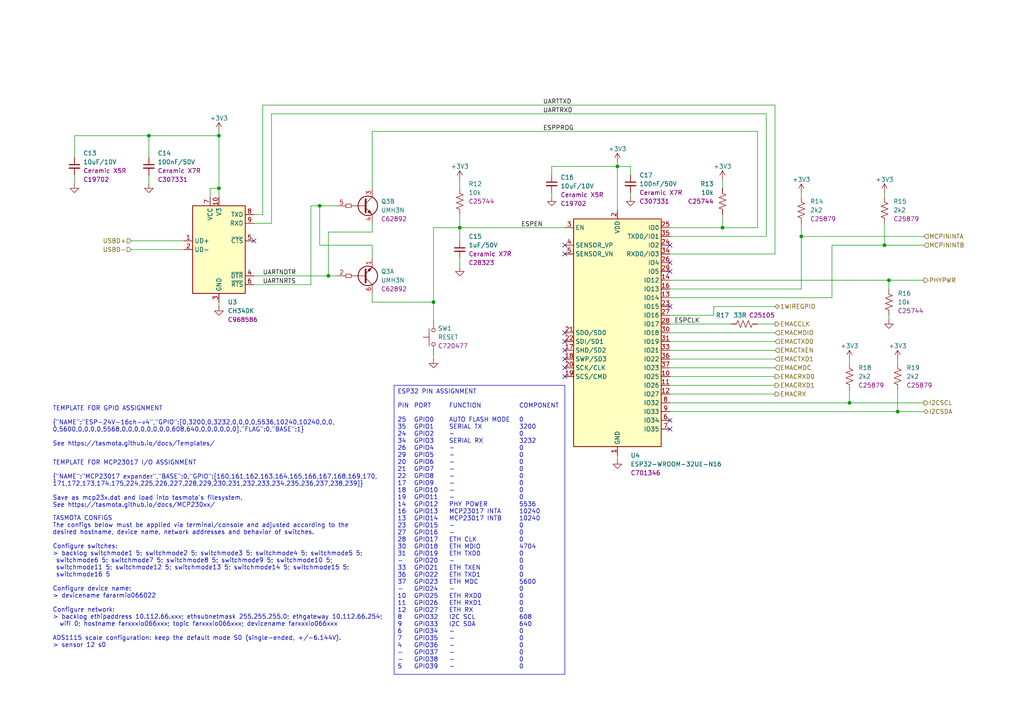
<source format=kicad_sch>
(kicad_sch (version 20250114) (generator "eeschema") (generator_version "9.0")
  (paper "A4")
  (title_block (title "ESP 24V 16xIn/16xOut/1-Wire Module") (date "2025-12-09") (rev "V5"))
  (lib_symbols
    (symbol "Device:C_Small" (pin_numbers (hide yes)) (pin_names (offset 0.254) (hide yes))
      (property "Reference" "C" (at 0.254 1.778 0))
      (property "Value" "C_Small" (at 0.254 -2.032 0))
      (symbol "C_Small_0_1"
        (polyline (pts (xy -1.524 0.508) (xy 1.524 0.508)) (stroke (width 0.3048)))
        (polyline (pts (xy -1.524 -0.508) (xy 1.524 -0.508)) (stroke (width 0.3302)))
      )
      (symbol "C_Small_1_1"
        (pin passive line (at 0 2.54 270) (length 2.032) (name "~") (number "1"))
        (pin passive line (at 0 -2.54 90) (length 2.032) (name "~") (number "2"))
      )
    )
    (symbol "Device:R_US" (pin_numbers (hide yes)) (pin_names (offset 0))
      (property "Reference" "R" (at 2.54 0 90))
      (property "Value" "R_US" (at -2.54 0 90))
      (symbol "R_US_0_1"
        (polyline (pts (xy 0 2.286) (xy 0 2.54)))
        (polyline (pts (xy 0 2.286) (xy 1.016 1.905) (xy 0 1.524) (xy -1.016 1.143) (xy 0 0.762)))
        (polyline (pts (xy 0 0.762) (xy 1.016 0.381) (xy 0 0) (xy -1.016 -0.381) (xy 0 -0.762)))
        (polyline (pts (xy 0 -0.762) (xy 1.016 -1.143) (xy 0 -1.524) (xy -1.016 -1.905) (xy 0 -2.286)))
        (polyline (pts (xy 0 -2.286) (xy 0 -2.54)))
      )
      (symbol "R_US_1_1"
        (pin passive line (at 0 3.81 270) (length 1.27) (name "~") (number "1"))
        (pin passive line (at 0 -3.81 90) (length 1.27) (name "~") (number "2"))
      )
    )
    (symbol "Interface_USB:CH340K"
      (property "Reference" "U" (at -6.858 13.97 0))
      (property "Value" "CH340K" (at 1.27 13.97 0))
      (symbol "CH340K_0_1"
        (rectangle (start -7.62 12.7) (end 7.62 -12.7) (stroke (width 0.254)) (fill (type background)))
      )
      (symbol "CH340K_1_0"
        (pin passive line (at 0 -15.24 90) (length 2.54) (hide yes) (name "GND") (number "11"))
      )
      (symbol "CH340K_1_1"
        (pin bidirectional line (at -10.16 2.54 0) (length 2.54) (name "UD+") (number "1"))
        (pin bidirectional line (at -10.16 0 0) (length 2.54) (name "UD-") (number "2"))
        (pin power_in line (at -2.54 15.24 270) (length 2.54) (name "VCC") (number "7"))
        (pin passive line (at 0 15.24 270) (length 2.54) (name "V3") (number "10"))
        (pin power_in line (at 0 -15.24 90) (length 2.54) (name "GND") (number "3"))
        (pin output line (at 10.16 10.16 180) (length 2.54) (name "TXD") (number "8"))
        (pin input line (at 10.16 7.62 180) (length 2.54) (name "RXD") (number "9"))
        (pin input line (at 10.16 2.54 180) (length 2.54) (name "~{CTS}") (number "5"))
        (pin output line (at 10.16 -7.62 180) (length 2.54) (name "~{DTR}") (number "4"))
        (pin output line (at 10.16 -10.16 180) (length 2.54) (name "~{RTS}") (number "6"))
      )
    )
    (symbol "RF_Module:ESP32-WROOM-32U"
      (property "Reference" "U" (at -12.7 34.29 0))
      (property "Value" "ESP32-WROOM-32U" (at 1.27 34.29 0))
      (symbol "ESP32-WROOM-32U_0_1"
        (rectangle (start -12.7 33.02) (end 12.7 -33.02) (stroke (width 0.254)) (fill (type background)))
      )
      (symbol "ESP32-WROOM-32U_1_1"
        (pin input line (at -15.24 30.48 0) (length 2.54) (name "EN") (number "3"))
        (pin input line (at -15.24 25.4 0) (length 2.54) (name "SENSOR_VP") (number "4"))
        (pin input line (at -15.24 22.86 0) (length 2.54) (name "SENSOR_VN") (number "5"))
        (pin bidirectional line (at -15.24 0 0) (length 2.54) (name "SDO/SD0") (number "21"))
        (pin bidirectional line (at -15.24 -2.54 0) (length 2.54) (name "SDI/SD1") (number "22"))
        (pin bidirectional line (at -15.24 -5.08 0) (length 2.54) (name "SHD/SD2") (number "17"))
        (pin bidirectional line (at -15.24 -7.62 0) (length 2.54) (name "SWP/SD3") (number "18"))
        (pin bidirectional line (at -15.24 -10.16 0) (length 2.54) (name "SCK/CLK") (number "20"))
        (pin bidirectional line (at -15.24 -12.7 0) (length 2.54) (name "SCS/CMD") (number "19"))
        (pin no_connect line (at -12.7 -27.94 0) (length 2.54) (hide yes) (name "NC") (number "32"))
        (pin power_in line (at 0 35.56 270) (length 2.54) (name "VDD") (number "2"))
        (pin power_in line (at 0 -35.56 90) (length 2.54) (name "GND") (number "1"))
        (pin passive line (at 0 -35.56 90) (length 2.54) (hide yes) (name "GND") (number "15"))
        (pin passive line (at 0 -35.56 90) (length 2.54) (hide yes) (name "GND") (number "38"))
        (pin passive line (at 0 -35.56 90) (length 2.54) (hide yes) (name "GND") (number "39"))
        (pin bidirectional line (at 15.24 30.48 180) (length 2.54) (name "IO0") (number "25"))
        (pin bidirectional line (at 15.24 27.94 180) (length 2.54) (name "TXD0/IO1") (number "35"))
        (pin bidirectional line (at 15.24 25.4 180) (length 2.54) (name "IO2") (number "24"))
        (pin bidirectional line (at 15.24 22.86 180) (length 2.54) (name "RXD0/IO3") (number "34"))
        (pin bidirectional line (at 15.24 20.32 180) (length 2.54) (name "IO4") (number "26"))
        (pin bidirectional line (at 15.24 17.78 180) (length 2.54) (name "IO5") (number "29"))
        (pin bidirectional line (at 15.24 15.24 180) (length 2.54) (name "IO12") (number "14"))
        (pin bidirectional line (at 15.24 12.7 180) (length 2.54) (name "IO13") (number "16"))
        (pin bidirectional line (at 15.24 10.16 180) (length 2.54) (name "IO14") (number "13"))
        (pin bidirectional line (at 15.24 7.62 180) (length 2.54) (name "IO15") (number "23"))
        (pin bidirectional line (at 15.24 5.08 180) (length 2.54) (name "IO16") (number "27"))
        (pin bidirectional line (at 15.24 2.54 180) (length 2.54) (name "IO17") (number "28"))
        (pin bidirectional line (at 15.24 0 180) (length 2.54) (name "IO18") (number "30"))
        (pin bidirectional line (at 15.24 -2.54 180) (length 2.54) (name "IO19") (number "31"))
        (pin bidirectional line (at 15.24 -5.08 180) (length 2.54) (name "IO21") (number "33"))
        (pin bidirectional line (at 15.24 -7.62 180) (length 2.54) (name "IO22") (number "36"))
        (pin bidirectional line (at 15.24 -10.16 180) (length 2.54) (name "IO23") (number "37"))
        (pin bidirectional line (at 15.24 -12.7 180) (length 2.54) (name "IO25") (number "10"))
        (pin bidirectional line (at 15.24 -15.24 180) (length 2.54) (name "IO26") (number "11"))
        (pin bidirectional line (at 15.24 -17.78 180) (length 2.54) (name "IO27") (number "12"))
        (pin bidirectional line (at 15.24 -20.32 180) (length 2.54) (name "IO32") (number "8"))
        (pin bidirectional line (at 15.24 -22.86 180) (length 2.54) (name "IO33") (number "9"))
        (pin input line (at 15.24 -25.4 180) (length 2.54) (name "IO34") (number "6"))
        (pin input line (at 15.24 -27.94 180) (length 2.54) (name "IO35") (number "7"))
      )
    )
    (symbol "Switch:SW_Push" (pin_numbers (hide yes)) (pin_names (offset 1.016) (hide yes))
      (property "Reference" "SW" (at 1.27 2.54 0))
      (property "Value" "SW_Push" (at 0 -1.524 0))
      (symbol "SW_Push_0_1"
        (circle (center -2.032 0) (radius 0.508))
        (polyline (pts (xy 0 1.27) (xy 0 3.048)))
        (circle (center 2.032 0) (radius 0.508))
        (polyline (pts (xy 2.54 1.27) (xy -2.54 1.27)))
        (pin passive line (at -5.08 0 0) (length 2.54) (name "1") (number "1"))
        (pin passive line (at 5.08 0 180) (length 2.54) (name "2") (number "2"))
      )
    )
    (symbol "Tales:+3V3" (power) (pin_names (offset 0))
      (property "Value" "+3V3" (at 0 3.556 0))
      (symbol "+3V3_0_1"
        (polyline (pts (xy -0.762 1.27) (xy 0 2.54)))
        (polyline (pts (xy 0 2.54) (xy 0.762 1.27)))
        (polyline (pts (xy 0 0) (xy 0 2.54)))
      )
      (symbol "+3V3_1_1"
        (pin power_in line (at 0 0 90) (length 0) (hide yes) (name "+3.3V") (number "1"))
      )
    )
    (symbol "Transistor_BJT:UMH3N" (pin_names (hide yes))
      (property "Reference" "Q" (at 7.62 1.27 0))
      (property "Value" "UMH3N" (at 7.62 -1.27 0))
      (symbol "UMH3N_0_1"
        (rectangle (start -6.35 0.508) (end -4.826 -0.508))
        (polyline (pts (xy -0.762 0) (xy -4.826 0)))
        (polyline (pts (xy -0.635 1.905) (xy -0.635 -1.905)) (stroke (width 0.508)))
        (polyline (pts (xy -0.635 0.635) (xy 1.27 2.54)))
        (polyline (pts (xy -0.635 -0.635) (xy 1.27 -2.54)))
        (polyline (pts (xy 0 -1.778) (xy 0.508 -1.27) (xy 1.016 -2.286) (xy 0 -1.778)) (fill (type outline)))
      )
      (symbol "UMH3N_1_1"
        (circle (center 0 0) (radius 2.8194) (stroke (width 0.254)))
        (pin input line (at -8.89 0 0) (length 2.54) (name "B1") (number "2"))
        (pin passive line (at 1.27 5.08 270) (length 2.54) (name "C1") (number "6"))
        (pin passive line (at 1.27 -5.08 90) (length 2.54) (name "E1") (number "1"))
      )
      (symbol "UMH3N_2_1"
        (circle (center 0 0) (radius 2.8194) (stroke (width 0.254)))
        (pin input line (at -8.89 0 0) (length 2.54) (name "B2") (number "5"))
        (pin passive line (at 1.27 5.08 270) (length 2.54) (name "C2") (number "3"))
        (pin passive line (at 1.27 -5.08 90) (length 2.54) (name "E2") (number "4"))
      )
    )
    (symbol "power:GND" (power) (pin_numbers (hide yes)) (pin_names (offset 0) (hide yes))
      (property "Value" "GND" (at 0 -3.81 0))
      (symbol "GND_0_1"
        (polyline (pts (xy 0 0) (xy 0 -1.27) (xy 1.27 -1.27) (xy 0 -2.54) (xy -1.27 -1.27) (xy 0 -1.27)))
      )
      (symbol "GND_1_1"
        (pin power_in line (at 0 0 270) (length 0) (name "~") (number "1"))
      )
    )
  )
  (text "TASMOTA CONFIGS\nThe configs below must be applied via terminal/console and adjusted according to the\ndesired hostname, device name, network addresses and behavior of switches.\n\nConfigure switches:\n> backlog switchmode1 5; switchmode2 5; switchmode3 5; switchmode4 5; switchmode5 5;\n switchmode6 5; switchmode7 5; switchmode8 5; switchmode9 5; switchmode10 5;\n switchmode11 5; switchmode12 5; switchmode13 5; switchmode14 5; switchmode15 5;\n switchmode16 5\n\nConfigure device name:\n> devicename fararmio066022\n\nConfigure network:\n> backlog ethipaddress 10.112.66.xxx; ethsubnetmask 255.255.255.0; ethgateway 10.112.66.254;\n  wifi 0; hostname farxxxio066xxx; topic farxxxio066xxx; devicename farxxxio066xxx\n\nADS1115 scale configuration: keep the default mode S0 (single-ended, +/-6.144V).\n> sensor 12 s0" (at 15.24 187.96 0) (effects (font (size 1.27 1.27)) (justify left bottom)))
  (text "TEMPLATE FOR GPIO ASSIGNMENT\n\n{\"NAME\":\"ESP-24V-16ch-v4\",\"GPIO\":[0,3200,0,3232,0,0,0,0,5536,10240,10240,0,0,\n0,5600,0,0,0,0,5568,0,0,0,0,0,0,0,0,608,640,0,0,0,0,0,0],\"FLAG\":0,\"BASE\":1}\n\nSee https://tasmota.github.io/docs/Templates/" (at 15.24 129.54 0) (effects (font (size 1.27 1.27)) (justify left bottom)))
  (text "TEMPLATE FOR MCP23017 I/O ASSIGNMENT\n\n{\"NAME\":\"MCP23017 expander\",\"BASE\":0,\"GPIO\":[160,161,162,163,164,165,166,167,168,169,170,\n171,172,173,174,175,224,225,226,227,228,229,230,231,232,233,234,235,236,237,238,239]}\n\nSave as mcp23x.dat and load into tasmota's filesystem.\nSee https://tasmota.github.io/docs/MCP230xx/" (at 15.24 147.32 0) (effects (font (size 1.27 1.27)) (justify left bottom)))
  (text_box "ESP32 PIN ASSIGNMENT\n\nPIN	PORT	FUNCTION		COMPONENT\n\n25	GPIO0	AUTO FLASH MODE	0\n35	GPIO1	SERIAL TX		3200\n24	GPIO2	-				0\n34	GPIO3	SERIAL RX		3232\n26	GPIO4	-				0\n29	GPIO5	-				0\n20	GPIO6	-				0\n21	GPIO7	-				0\n22	GPIO8	-				0\n17	GPIO9	-				0\n18	GPIO10	-				0\n19	GPIO11	-				0\n14	GPIO12	PHY POWER		5536\n16	GPIO13	MCP23017 INTA	10240\n13	GPIO14	MCP23017 INTB	10240\n23	GPIO15	-				0\n27	GPIO16	-				0\n28	GPIO17	ETH CLK			0\n30	GPIO18	ETH MDIO		4704\n31	GPIO19	ETH TXD0		0\n-	GPIO20	-				0\n33	GPIO21	ETH TXEN		0\n36	GPIO22	ETH TXD1		0\n37	GPIO23	ETH MDC			5600\n-	GPIO24	-				0\n10	GPIO25	ETH RXD0		0\n11	GPIO26	ETH RXD1		0\n12	GPIO27	ETH RX			0\n8	GPIO32	I2C SCL			608\n9	GPIO33	I2C SDA			640\n6	GPIO34	-				0\n7	GPIO35	-				0\n4	GPIO36	-				0\n-	GPIO37	-				0\n-	GPIO38	-				0\n5	GPIO39	-				0" (at 114.3 111.76 0) (size 49.53 83.82) (margins 0.9525 0.9525 0.9525 0.9525) (effects (font (size 1.27 1.27)) (justify left top)))
  (junction (at 63.5 39.37))
  (junction (at 125.73 87.63))
  (junction (at 133.35 66.04))
  (junction (at 43.18 39.37))
  (junction (at 179.07 48.26))
  (junction (at 260.35 119.38))
  (junction (at 256.54 71.12))
  (junction (at 209.55 66.04))
  (junction (at 246.38 116.84))
  (junction (at 92.71 59.69))
  (junction (at 232.41 68.58))
  (junction (at 63.5 54.61))
  (junction (at 257.81 81.28))
  (junction (at 95.25 80.01))
  (no_connect (at 163.83 73.66))
  (no_connect (at 163.83 109.22))
  (no_connect (at 194.31 71.12))
  (no_connect (at 194.31 78.74))
  (no_connect (at 163.83 96.52))
  (no_connect (at 163.83 71.12))
  (no_connect (at 163.83 101.6))
  (no_connect (at 163.83 104.14))
  (no_connect (at 194.31 121.92))
  (no_connect (at 73.66 69.85))
  (no_connect (at 163.83 106.68))
  (no_connect (at 194.31 76.2))
  (no_connect (at 194.31 124.46))
  (no_connect (at 194.31 88.9))
  (no_connect (at 163.83 99.06))
  (wire (pts (xy 133.35 74.93) (xy 133.35 77.47)))
  (wire (pts (xy 133.35 62.23) (xy 133.35 66.04)))
  (wire (pts (xy 194.31 104.14) (xy 224.79 104.14)))
  (wire (pts (xy 21.59 50.8) (xy 21.59 53.34)))
  (wire (pts (xy 63.5 87.63) (xy 63.5 88.9)))
  (wire (pts (xy 90.17 82.55) (xy 90.17 59.69)))
  (wire (pts (xy 194.31 109.22) (xy 224.79 109.22)))
  (wire (pts (xy 38.1 72.39) (xy 53.34 72.39)))
  (wire (pts (xy 256.54 71.12) (xy 267.97 71.12)))
  (wire (pts (xy 232.41 55.88) (xy 232.41 57.15)))
  (wire (pts (xy 107.95 38.1) (xy 219.71 38.1)))
  (wire (pts (xy 256.54 55.88) (xy 256.54 57.15)))
  (wire (pts (xy 194.31 66.04) (xy 209.55 66.04)))
  (wire (pts (xy 125.73 87.63) (xy 125.73 66.04)))
  (wire (pts (xy 133.35 52.07) (xy 133.35 54.61)))
  (wire (pts (xy 194.31 114.3) (xy 224.79 114.3)))
  (wire (pts (xy 256.54 64.77) (xy 256.54 71.12)))
  (wire (pts (xy 194.31 106.68) (xy 224.79 106.68)))
  (wire (pts (xy 194.31 96.52) (xy 224.79 96.52)))
  (wire (pts (xy 232.41 68.58) (xy 267.97 68.58)))
  (wire (pts (xy 246.38 104.14) (xy 246.38 105.41)))
  (wire (pts (xy 194.31 101.6) (xy 224.79 101.6)))
  (wire (pts (xy 38.1 69.85) (xy 53.34 69.85)))
  (wire (pts (xy 63.5 54.61) (xy 63.5 57.15)))
  (wire (pts (xy 63.5 39.37) (xy 63.5 54.61)))
  (wire (pts (xy 182.88 55.88) (xy 182.88 57.15)))
  (wire (pts (xy 194.31 81.28) (xy 257.81 81.28)))
  (wire (pts (xy 179.07 46.99) (xy 179.07 48.26)))
  (wire (pts (xy 241.3 71.12) (xy 256.54 71.12)))
  (wire (pts (xy 73.66 64.77) (xy 78.74 64.77)))
  (wire (pts (xy 257.81 81.28) (xy 267.97 81.28)))
  (wire (pts (xy 160.02 55.88) (xy 160.02 57.15)))
  (wire (pts (xy 92.71 59.69) (xy 97.79 59.69)))
  (wire (pts (xy 78.74 33.02) (xy 78.74 64.77)))
  (wire (pts (xy 222.25 33.02) (xy 222.25 68.58)))
  (wire (pts (xy 43.18 39.37) (xy 63.5 39.37)))
  (wire (pts (xy 207.01 88.9) (xy 207.01 91.44)))
  (wire (pts (xy 179.07 48.26) (xy 179.07 60.96)))
  (wire (pts (xy 107.95 54.61) (xy 107.95 38.1)))
  (wire (pts (xy 179.07 132.08) (xy 179.07 133.35)))
  (wire (pts (xy 73.66 62.23) (xy 76.2 62.23)))
  (wire (pts (xy 194.31 93.98) (xy 212.09 93.98)))
  (wire (pts (xy 194.31 83.82) (xy 232.41 83.82)))
  (wire (pts (xy 224.79 88.9) (xy 207.01 88.9)))
  (wire (pts (xy 232.41 64.77) (xy 232.41 68.58)))
  (wire (pts (xy 76.2 30.48) (xy 224.79 30.48)))
  (wire (pts (xy 92.71 59.69) (xy 92.71 71.12)))
  (wire (pts (xy 43.18 50.8) (xy 43.18 53.34)))
  (wire (pts (xy 209.55 62.23) (xy 209.55 66.04)))
  (wire (pts (xy 133.35 66.04) (xy 163.83 66.04)))
  (wire (pts (xy 241.3 86.36) (xy 241.3 71.12)))
  (wire (pts (xy 90.17 59.69) (xy 92.71 59.69)))
  (wire (pts (xy 219.71 93.98) (xy 224.79 93.98)))
  (wire (pts (xy 246.38 116.84) (xy 267.97 116.84)))
  (wire (pts (xy 232.41 83.82) (xy 232.41 68.58)))
  (wire (pts (xy 21.59 45.72) (xy 21.59 39.37)))
  (wire (pts (xy 182.88 50.8) (xy 182.88 48.26)))
  (wire (pts (xy 73.66 80.01) (xy 95.25 80.01)))
  (wire (pts (xy 43.18 39.37) (xy 43.18 45.72)))
  (wire (pts (xy 222.25 68.58) (xy 194.31 68.58)))
  (wire (pts (xy 95.25 67.31) (xy 95.25 80.01)))
  (wire (pts (xy 107.95 67.31) (xy 95.25 67.31)))
  (wire (pts (xy 257.81 91.44) (xy 257.81 92.71)))
  (wire (pts (xy 63.5 38.1) (xy 63.5 39.37)))
  (wire (pts (xy 257.81 81.28) (xy 257.81 83.82)))
  (wire (pts (xy 224.79 73.66) (xy 194.31 73.66)))
  (wire (pts (xy 107.95 71.12) (xy 92.71 71.12)))
  (wire (pts (xy 194.31 86.36) (xy 241.3 86.36)))
  (wire (pts (xy 182.88 48.26) (xy 179.07 48.26)))
  (wire (pts (xy 194.31 119.38) (xy 260.35 119.38)))
  (wire (pts (xy 21.59 39.37) (xy 43.18 39.37)))
  (wire (pts (xy 60.96 57.15) (xy 60.96 54.61)))
  (wire (pts (xy 160.02 48.26) (xy 179.07 48.26)))
  (wire (pts (xy 160.02 50.8) (xy 160.02 48.26)))
  (wire (pts (xy 194.31 116.84) (xy 246.38 116.84)))
  (wire (pts (xy 107.95 85.09) (xy 107.95 87.63)))
  (wire (pts (xy 76.2 62.23) (xy 76.2 30.48)))
  (wire (pts (xy 260.35 104.14) (xy 260.35 105.41)))
  (wire (pts (xy 194.31 99.06) (xy 224.79 99.06)))
  (wire (pts (xy 133.35 66.04) (xy 133.35 69.85)))
  (wire (pts (xy 219.71 38.1) (xy 219.71 66.04)))
  (wire (pts (xy 224.79 30.48) (xy 224.79 73.66)))
  (wire (pts (xy 209.55 66.04) (xy 219.71 66.04)))
  (wire (pts (xy 260.35 113.03) (xy 260.35 119.38)))
  (wire (pts (xy 107.95 74.93) (xy 107.95 71.12)))
  (wire (pts (xy 194.31 111.76) (xy 224.79 111.76)))
  (wire (pts (xy 209.55 52.07) (xy 209.55 54.61)))
  (wire (pts (xy 107.95 87.63) (xy 125.73 87.63)))
  (wire (pts (xy 73.66 82.55) (xy 90.17 82.55)))
  (wire (pts (xy 125.73 102.87) (xy 125.73 104.14)))
  (wire (pts (xy 107.95 64.77) (xy 107.95 67.31)))
  (wire (pts (xy 125.73 66.04) (xy 133.35 66.04)))
  (wire (pts (xy 246.38 113.03) (xy 246.38 116.84)))
  (wire (pts (xy 207.01 91.44) (xy 194.31 91.44)))
  (wire (pts (xy 78.74 33.02) (xy 222.25 33.02)))
  (wire (pts (xy 95.25 80.01) (xy 97.79 80.01)))
  (wire (pts (xy 125.73 87.63) (xy 125.73 92.71)))
  (wire (pts (xy 60.96 54.61) (xy 63.5 54.61)))
  (wire (pts (xy 260.35 119.38) (xy 267.97 119.38)))
  (label "UARTNRTS" (at 76.2 82.55 0))
  (label "UARTTXD" (at 157.48 30.48 0))
  (label "ESPEN" (at 151.13 66.04 0))
  (label "UARTNDTR" (at 76.2 80.01 0))
  (label "ESPCLK" (at 195.58 93.98 0))
  (label "UARTRXD" (at 157.48 33.02 0))
  (label "ESPPROG" (at 157.48 38.1 0))
  (hierarchical_label "PHYPWR" (shape output) (at 267.97 81.28 0))
  (hierarchical_label "EMACMDIO" (shape input) (at 224.79 96.52 0))
  (hierarchical_label "1WIREGPIO" (shape bidirectional) (at 224.79 88.9 0))
  (hierarchical_label "EMACTXD1" (shape input) (at 224.79 104.14 0))
  (hierarchical_label "EMACRX" (shape output) (at 224.79 114.3 0))
  (hierarchical_label "EMACCLK" (shape output) (at 224.79 93.98 0))
  (hierarchical_label "EMACRXD1" (shape output) (at 224.79 111.76 0))
  (hierarchical_label "I2CSDA" (shape bidirectional) (at 267.97 119.38 0))
  (hierarchical_label "EMACTXEN" (shape input) (at 224.79 101.6 0))
  (hierarchical_label "EMACRXD0" (shape output) (at 224.79 109.22 0))
  (hierarchical_label "MCPININTA" (shape input) (at 267.97 68.58 0))
  (hierarchical_label "EMACTXD0" (shape input) (at 224.79 99.06 0))
  (hierarchical_label "EMACMDC" (shape input) (at 224.79 106.68 0))
  (hierarchical_label "I2CSCL" (shape output) (at 267.97 116.84 0))
  (hierarchical_label "USBD+" (shape input) (at 38.1 69.85 180))
  (hierarchical_label "MCPININTB" (shape input) (at 267.97 71.12 0))
  (hierarchical_label "USBD-" (shape input) (at 38.1 72.39 180))
  (symbol (lib_id "Tales:+3V3") (at 260.35 104.14 0) (unit 1)
    (property "Reference" "#PWR0196" (effects (hide yes)))
    (property "Value" "+3V3" (at 260.35 100.33 0))
    (property "Description" "Power symbol creates a global label with name \"+3V3\"" (effects (hide yes)))
  )
  (symbol (lib_id "Device:R_US") (at 215.9 93.98 90) (unit 1)
    (property "Reference" "R17" (at 209.55 91.44 90))
    (property "Value" "33R" (at 214.63 91.44 90))
    (property "Footprint" "Tales:R_0402_1005Metric" (effects (hide yes)))
    (property "Description" "Resistor, US symbol" (effects (hide yes)))
    (property "Case" "0402/1005" (effects (hide yes)))
    (property "LCSC Part #" "C25105" (at 220.98 91.44 90))
    (property "Mfr" "Uniroyal" (effects (hide yes)))
    (property "Mfr PN" "0402WGF330JTCE" (effects (hide yes)))
    (property "Technology" "1%" (effects (hide yes)))
    (property "Vendor" "JLCPCB" (effects (hide yes)))
    (property "Vendor PN" "C25105" (effects (hide yes)))
    (property "JLCPCB BOM" "1" (effects (hide yes)))
  )
  (symbol (lib_id "Device:R_US") (at 133.35 58.42 0) (unit 1)
    (property "Reference" "R12" (at 135.89 53.34 0) (effects (justify left)))
    (property "Value" "10k" (at 135.89 55.88 0) (effects (justify left)))
    (property "Footprint" "Tales:R_0402_1005Metric" (effects (hide yes)))
    (property "Description" "Resistor, US symbol" (effects (hide yes)))
    (property "Mfr" "Uniroyal" (effects (hide yes)))
    (property "Vendor" "JLCPCB" (effects (hide yes)))
    (property "Mfr PN" "0402WGF1002TCE" (effects (hide yes)))
    (property "Technology" "1%" (effects (hide yes)))
    (property "Vendor PN" "C25744" (effects (hide yes)))
    (property "LCSC Part #" "C25744" (at 135.89 58.42 0) (effects (justify left)))
    (property "JLCPCB BOM" "1" (effects (hide yes)))
    (property "Package" "0402/1005" (effects (hide yes)))
    (property "Case" "0402/1005" (effects (hide yes)))
  )
  (symbol (lib_id "Device:R_US") (at 209.55 58.42 0) (unit 1)
    (property "Reference" "R13" (at 207.01 53.34 0) (effects (justify right)))
    (property "Value" "10k" (at 207.01 55.88 0) (effects (justify right)))
    (property "Footprint" "Tales:R_0402_1005Metric" (effects (hide yes)))
    (property "Description" "Resistor, US symbol" (effects (hide yes)))
    (property "Mfr" "Uniroyal" (effects (hide yes)))
    (property "Vendor" "JLCPCB" (effects (hide yes)))
    (property "Mfr PN" "0402WGF1002TCE" (effects (hide yes)))
    (property "Technology" "1%" (effects (hide yes)))
    (property "Vendor PN" "C25744" (effects (hide yes)))
    (property "LCSC Part #" "C25744" (at 207.01 58.42 0) (effects (justify right)))
    (property "JLCPCB BOM" "1" (effects (hide yes)))
    (property "Package" "0402/1005" (effects (hide yes)))
    (property "Case" "0402/1005" (effects (hide yes)))
  )
  (symbol (lib_id "Device:C_Small") (at 182.88 53.34 0) (unit 1)
    (property "Reference" "C17" (at 185.42 50.8 0) (effects (justify left)))
    (property "Value" "100nF/50V" (at 185.42 53.34 0) (effects (justify left)))
    (property "Footprint" "Tales:C_0402_1005Metric" (effects (hide yes)))
    (property "Description" "Unpolarized capacitor, small symbol" (effects (hide yes)))
    (property "Case" "0402/1005" (effects (hide yes)))
    (property "JLCPCB BOM" "1" (effects (hide yes)))
    (property "LCSC Part #" "C307331" (at 185.42 58.4138 0) (effects (justify left)))
    (property "Mfr" "Samsung" (effects (hide yes)))
    (property "Mfr PN" "CL05B104KB54PNC" (effects (hide yes)))
    (property "Technology" "Ceramic X7R" (at 185.42 55.8738 0) (effects (justify left)))
    (property "Vendor" "JLCPCB" (effects (hide yes)))
    (property "Vendor PN" "C307331" (effects (hide yes)))
  )
  (symbol (lib_id "power:GND") (at 182.88 57.15 0) (unit 1)
    (property "Reference" "#PWR0201" (effects (hide yes)))
    (property "Value" "GND" (effects (hide yes)))
    (property "Description" "Power symbol creates a global label with name \"GND\" , ground" (effects (hide yes)))
  )
  (symbol (lib_id "power:GND") (at 43.18 53.34 0) (unit 1)
    (property "Reference" "#PWR0204" (effects (hide yes)))
    (property "Value" "GND" (effects (hide yes)))
    (property "Description" "Power symbol creates a global label with name \"GND\" , ground" (effects (hide yes)))
  )
  (symbol (lib_id "Device:R_US") (at 256.54 60.96 0) (unit 1)
    (property "Reference" "R15" (at 259.08 58.42 0) (effects (justify left)))
    (property "Value" "2k2" (at 259.08 60.96 0) (effects (justify left)))
    (property "Footprint" "Tales:R_0402_1005Metric" (effects (hide yes)))
    (property "Description" "Resistor, US symbol" (effects (hide yes)))
    (property "Case" "0402/1005" (effects (hide yes)))
    (property "Mfr" "Uniroyal" (effects (hide yes)))
    (property "Vendor" "JLCPCB" (effects (hide yes)))
    (property "Mfr PN" "0402WGF2201TCE" (effects (hide yes)))
    (property "Technology" "1%" (effects (hide yes)))
    (property "Vendor PN" "C25879" (effects (hide yes)))
    (property "LCSC Part #" "C25879" (at 259.08 63.5 0) (effects (justify left)))
    (property "JLCPCB BOM" "1" (effects (hide yes)))
  )
  (symbol (lib_id "Transistor_BJT:UMH3N") (at 106.68 59.69 0) (unit 2)
    (property "Reference" "Q3" (at 110.49 58.4199 0) (effects (justify left)))
    (property "Value" "UMH3N" (at 110.49 60.9599 0) (effects (justify left)))
    (property "Footprint" "Package_TO_SOT_SMD:SOT-363_SC-70-6" (effects (hide yes)))
    (property "Datasheet" "http://rohmfs.rohm.com/en/products/databook/datasheet/discrete/transistor/digital/emh3t2r-e.pdf" (effects (hide yes)))
    (property "Description" "0.1A Ic, 50V Vce, Dual NPN Input Resistor Transistors, SOT-363" (effects (hide yes)))
    (property "JLCPCB BOM" "1" (effects (hide yes)))
    (property "LCSC Part #" "C62892" (at 110.49 63.5 0) (effects (justify left)))
    (property "Vendor" "JLCPCB" (effects (hide yes)))
    (property "Vendor PN" "C62892" (effects (hide yes)))
    (property "Case" "SOT-363" (effects (hide yes)))
    (property "Mfr" "Jiangsu" (effects (hide yes)))
    (property "Mfr PN" "UMH3N" (effects (hide yes)))
  )
  (symbol (lib_id "Device:C_Small") (at 21.59 48.26 0) (unit 1)
    (property "Reference" "C13" (at 24.13 44.45 0) (effects (justify left)))
    (property "Value" "10uF/10V" (at 24.13 46.99 0) (effects (justify left)))
    (property "Footprint" "Tales:C_0603_1608Metric" (effects (hide yes)))
    (property "Description" "Unpolarized capacitor, small symbol" (effects (hide yes)))
    (property "Technology" "Ceramic X5R" (at 24.13 49.53 0) (effects (justify left)))
    (property "Case" "0603/1608" (effects (hide yes)))
    (property "Mfr" "Samsung" (effects (hide yes)))
    (property "Mfr PN" "CL10A106KP8NNNC" (effects (hide yes)))
    (property "Vendor" "JLCPCB" (effects (hide yes)))
    (property "Vendor PN" "C19702" (effects (hide yes)))
    (property "LCSC Part #" "C19702" (at 24.13 52.07 0) (effects (justify left)))
    (property "JLCPCB BOM" "1" (effects (hide yes)))
  )
  (symbol (lib_id "power:GND") (at 160.02 57.15 0) (unit 1)
    (property "Reference" "#PWR0191" (effects (hide yes)))
    (property "Value" "GND" (effects (hide yes)))
    (property "Description" "Power symbol creates a global label with name \"GND\" , ground" (effects (hide yes)))
  )
  (symbol (lib_id "Transistor_BJT:UMH3N") (at 106.68 80.01 0) (mirror x) (unit 1)
    (property "Reference" "Q3" (at 110.49 78.7399 0) (effects (justify left)))
    (property "Value" "UMH3N" (at 110.49 81.2799 0) (effects (justify left)))
    (property "Footprint" "Package_TO_SOT_SMD:SOT-363_SC-70-6" (effects (hide yes)))
    (property "Datasheet" "http://rohmfs.rohm.com/en/products/databook/datasheet/discrete/transistor/digital/emh3t2r-e.pdf" (effects (hide yes)))
    (property "Description" "0.1A Ic, 50V Vce, Dual NPN Input Resistor Transistors, SOT-363" (effects (hide yes)))
    (property "JLCPCB BOM" "1" (effects (hide yes)))
    (property "LCSC Part #" "C62892" (at 110.49 83.82 0) (effects (justify left)))
    (property "Vendor" "JLCPCB" (effects (hide yes)))
    (property "Vendor PN" "C62892" (effects (hide yes)))
    (property "Case" "SOT-363" (effects (hide yes)))
    (property "Mfr" "Jiangsu" (effects (hide yes)))
    (property "Mfr PN" "UMH3N" (effects (hide yes)))
  )
  (symbol (lib_id "power:GND") (at 257.81 92.71 0) (unit 1)
    (property "Reference" "#PWR0195" (effects (hide yes)))
    (property "Value" "GND" (effects (hide yes)))
    (property "Description" "Power symbol creates a global label with name \"GND\" , ground" (effects (hide yes)))
  )
  (symbol (lib_id "Device:R_US") (at 260.35 109.22 0) (unit 1)
    (property "Reference" "R19" (at 262.89 106.68 0) (effects (justify left)))
    (property "Value" "2k2" (at 262.89 109.22 0) (effects (justify left)))
    (property "Footprint" "Tales:R_0402_1005Metric" (effects (hide yes)))
    (property "Description" "Resistor, US symbol" (effects (hide yes)))
    (property "Case" "0402/1005" (effects (hide yes)))
    (property "Mfr" "Uniroyal" (effects (hide yes)))
    (property "Vendor" "JLCPCB" (effects (hide yes)))
    (property "Mfr PN" "0402WGF2201TCE" (effects (hide yes)))
    (property "Technology" "1%" (effects (hide yes)))
    (property "Vendor PN" "C25879" (effects (hide yes)))
    (property "LCSC Part #" "C25879" (at 262.89 111.76 0) (effects (justify left)))
    (property "JLCPCB BOM" "1" (effects (hide yes)))
  )
  (symbol (lib_id "Switch:SW_Push") (at 125.73 97.79 90) (unit 1)
    (property "Reference" "SW1" (at 127 95.25 90) (effects (justify right)))
    (property "Value" "RESET" (at 127 97.79 90) (effects (justify right)))
    (property "Footprint" "Tales:SW_SPST_Xunpu_TS1088AR02016" (effects (hide yes)))
    (property "Description" "Push button switch, generic, two pins" (effects (hide yes)))
    (property "JLCPCB BOM" "1" (effects (hide yes)))
    (property "LCSC Part #" "C720477" (at 127 100.3301 90) (effects (justify right)))
    (property "Mfr" "Xunpu" (effects (hide yes)))
    (property "Mfr PN" "TS-1088-AR02016" (effects (hide yes)))
    (property "Vendor" "JLCPCB" (effects (hide yes)))
    (property "Vendor PN" "C720477 " (effects (hide yes)))
  )
  (symbol (lib_id "power:GND") (at 21.59 53.34 0) (unit 1)
    (property "Reference" "#PWR0205" (effects (hide yes)))
    (property "Value" "GND" (effects (hide yes)))
    (property "Description" "Power symbol creates a global label with name \"GND\" , ground" (effects (hide yes)))
  )
  (symbol (lib_id "Tales:+3V3") (at 63.5 38.1 0) (unit 1)
    (property "Reference" "#PWR0202" (effects (hide yes)))
    (property "Value" "+3V3" (at 63.5 34.29 0))
    (property "Description" "Power symbol creates a global label with name \"+3V3\"" (effects (hide yes)))
  )
  (symbol (lib_id "Tales:+3V3") (at 133.35 52.07 0) (unit 1)
    (property "Reference" "#PWR0193" (effects (hide yes)))
    (property "Value" "+3V3" (at 133.35 48.26 0))
    (property "Description" "Power symbol creates a global label with name \"+3V3\"" (effects (hide yes)))
  )
  (symbol (lib_id "power:GND") (at 63.5 88.9 0) (unit 1)
    (property "Reference" "#PWR0203" (effects (hide yes)))
    (property "Value" "GND" (effects (hide yes)))
    (property "Description" "Power symbol creates a global label with name \"GND\" , ground" (effects (hide yes)))
  )
  (symbol (lib_id "Device:R_US") (at 257.81 87.63 0) (unit 1)
    (property "Reference" "R16" (at 260.35 85.0899 0) (effects (justify left)))
    (property "Value" "10k" (at 260.35 87.6299 0) (effects (justify left)))
    (property "Footprint" "Tales:R_0402_1005Metric" (effects (hide yes)))
    (property "Description" "Resistor, US symbol" (effects (hide yes)))
    (property "Mfr" "Uniroyal" (effects (hide yes)))
    (property "Vendor" "JLCPCB" (effects (hide yes)))
    (property "Mfr PN" "0402WGF1002TCE" (effects (hide yes)))
    (property "Technology" "1%" (effects (hide yes)))
    (property "Vendor PN" "C25744" (effects (hide yes)))
    (property "LCSC Part #" "C25744" (at 260.35 90.1699 0) (effects (justify left)))
    (property "JLCPCB BOM" "1" (effects (hide yes)))
    (property "Package" "0402/1005" (effects (hide yes)))
    (property "Case" "0402/1005" (effects (hide yes)))
  )
  (symbol (lib_id "Device:R_US") (at 246.38 109.22 0) (unit 1)
    (property "Reference" "R18" (at 248.92 106.68 0) (effects (justify left)))
    (property "Value" "2k2" (at 248.92 109.22 0) (effects (justify left)))
    (property "Footprint" "Tales:R_0402_1005Metric" (effects (hide yes)))
    (property "Description" "Resistor, US symbol" (effects (hide yes)))
    (property "Case" "0402/1005" (effects (hide yes)))
    (property "Mfr" "Uniroyal" (effects (hide yes)))
    (property "Vendor" "JLCPCB" (effects (hide yes)))
    (property "Mfr PN" "0402WGF2201TCE" (effects (hide yes)))
    (property "Technology" "1%" (effects (hide yes)))
    (property "Vendor PN" "C25879" (effects (hide yes)))
    (property "LCSC Part #" "C25879" (at 248.92 111.76 0) (effects (justify left)))
    (property "JLCPCB BOM" "1" (effects (hide yes)))
  )
  (symbol (lib_id "RF_Module:ESP32-WROOM-32U") (at 179.07 96.52 0) (unit 1)
    (property "Reference" "U4" (at 182.88 132.08 0) (effects (justify left)))
    (property "Value" "ESP32-WROOM-32UE-N16" (at 182.88 134.62 0) (effects (justify left)))
    (property "Footprint" "Tales:ESP32-WROOM-32U" (effects (hide yes)))
    (property "Datasheet" "https://www.espressif.com/sites/default/files/documentation/esp32-wroom-32d_esp32-wroom-32u_datasheet_en.pdf" (effects (hide yes)))
    (property "Description" "RF Module, ESP32-D0WD SoC, Wi-Fi 802.11b/g/n, Bluetooth, BLE, 32-bit, 2.7-3.6V, external antenna, SMD" (effects (hide yes)))
    (property "JLCPCB BOM" "1" (effects (hide yes)))
    (property "LCSC Part #" "C701346" (at 182.88 137.16 0) (effects (justify left)))
    (property "Mfr" "Expressif" (effects (hide yes)))
    (property "Mfr PN" "ESP32-WROOM-32UE-N16" (effects (hide yes)))
    (property "Vendor" "JLCPCB" (effects (hide yes)))
    (property "Vendor PN" "C701346 " (effects (hide yes)))
    (property "Case" "ESP32-WROOM-U" (effects (hide yes)))
  )
  (symbol (lib_id "Device:R_US") (at 232.41 60.96 0) (unit 1)
    (property "Reference" "R14" (at 234.95 58.42 0) (effects (justify left)))
    (property "Value" "2k2" (at 234.95 60.96 0) (effects (justify left)))
    (property "Footprint" "Tales:R_0402_1005Metric" (effects (hide yes)))
    (property "Description" "Resistor, US symbol" (effects (hide yes)))
    (property "Case" "0402/1005" (effects (hide yes)))
    (property "Mfr" "Uniroyal" (effects (hide yes)))
    (property "Vendor" "JLCPCB" (effects (hide yes)))
    (property "Mfr PN" "0402WGF2201TCE" (effects (hide yes)))
    (property "Technology" "1%" (effects (hide yes)))
    (property "Vendor PN" "C25879" (effects (hide yes)))
    (property "LCSC Part #" "C25879" (at 234.95 63.5 0) (effects (justify left)))
    (property "JLCPCB BOM" "1" (effects (hide yes)))
  )
  (symbol (lib_id "Device:C_Small") (at 160.02 53.34 0) (unit 1)
    (property "Reference" "C16" (at 162.56 51.435 0) (effects (justify left)))
    (property "Value" "10uF/10V" (at 162.56 53.975 0) (effects (justify left)))
    (property "Footprint" "Tales:C_0603_1608Metric" (effects (hide yes)))
    (property "Description" "Unpolarized capacitor, small symbol" (effects (hide yes)))
    (property "Mfr" "Samsung" (effects (hide yes)))
    (property "Mfr PN" "CL10A106KP8NNNC" (effects (hide yes)))
    (property "JLCPCB BOM" "1" (effects (hide yes)))
    (property "LCSC Part #" "C19702" (at 162.56 59.055 0) (effects (justify left)))
    (property "Technology" "Ceramic X5R" (at 162.56 56.515 0) (effects (justify left)))
    (property "Vendor" "JLCPCB" (effects (hide yes)))
    (property "Vendor PN" "C19702" (effects (hide yes)))
    (property "Case" "0603/1608" (effects (hide yes)))
  )
  (symbol (lib_id "Device:C_Small") (at 133.35 72.39 0) (unit 1)
    (property "Reference" "C15" (at 135.89 68.5862 0) (effects (justify left)))
    (property "Value" "1uF/50V" (at 135.89 71.1262 0) (effects (justify left)))
    (property "Footprint" "Tales:C_0805_2012Metric" (effects (hide yes)))
    (property "Description" "Unpolarized capacitor, small symbol" (effects (hide yes)))
    (property "JLCPCB BOM" "1" (effects (hide yes)))
    (property "Technology" "Ceramic X7R" (at 135.89 73.6662 0) (effects (justify left)))
    (property "LCSC Part #" "C28323" (at 135.89 76.2062 0) (effects (justify left)))
    (property "Mfr" "Samsung" (effects (hide yes)))
    (property "Mfr PN" "CL21B105KBFNNNE" (effects (hide yes)))
    (property "Vendor" "JLCPCB" (effects (hide yes)))
    (property "Vendor PN" "C28323" (effects (hide yes)))
    (property "Package" "0402/1005" (effects (hide yes)))
    (property "Case" "0805/2012" (effects (hide yes)))
  )
  (symbol (lib_id "Tales:+3V3") (at 179.07 46.99 0) (unit 1)
    (property "Reference" "#PWR0192" (effects (hide yes)))
    (property "Value" "+3V3" (at 179.07 43.18 0))
    (property "Description" "Power symbol creates a global label with name \"+3V3\"" (effects (hide yes)))
  )
  (symbol (lib_id "power:GND") (at 125.73 104.14 0) (unit 1)
    (property "Reference" "#PWR0189" (effects (hide yes)))
    (property "Value" "GND" (effects (hide yes)))
    (property "Description" "Power symbol creates a global label with name \"GND\" , ground" (effects (hide yes)))
  )
  (symbol (lib_id "Tales:+3V3") (at 232.41 55.88 0) (unit 1)
    (property "Reference" "#PWR0198" (effects (hide yes)))
    (property "Value" "+3V3" (at 232.41 52.07 0))
    (property "Description" "Power symbol creates a global label with name \"+3V3\"" (effects (hide yes)))
  )
  (symbol (lib_id "power:GND") (at 133.35 77.47 0) (unit 1)
    (property "Reference" "#PWR0190" (effects (hide yes)))
    (property "Value" "GND" (effects (hide yes)))
    (property "Description" "Power symbol creates a global label with name \"GND\" , ground" (effects (hide yes)))
  )
  (symbol (lib_id "power:GND") (at 179.07 133.35 0) (unit 1)
    (property "Reference" "#PWR0199" (effects (hide yes)))
    (property "Value" "GND" (effects (hide yes)))
    (property "Description" "Power symbol creates a global label with name \"GND\" , ground" (effects (hide yes)))
  )
  (symbol (lib_id "Interface_USB:CH340K") (at 63.5 72.39 0) (unit 1)
    (property "Reference" "U3" (at 66.04 87.63 0) (effects (justify left)))
    (property "Value" "CH340K" (at 66.04 90.17 0) (effects (justify left)))
    (property "Footprint" "Package_SO:SSOP-10-1EP_3.9x4.9mm_P1mm_EP2.1x3.3mm" (effects (hide yes)))
    (property "Datasheet" "https://cdn.sparkfun.com/assets/5/0/a/8/5/CH340DS1.PDF" (effects (hide yes)))
    (property "Description" "USB serial converter, UART, SSOP-10" (effects (hide yes)))
    (property "Case" "SSOP-10" (effects (hide yes)))
    (property "JLCPCB BOM" "1" (effects (hide yes)))
    (property "LCSC Part #" "C968586" (at 66.04 92.71 0) (effects (justify left)))
    (property "Mfr" "WCH" (effects (hide yes)))
    (property "Mfr PN" "CH340K" (effects (hide yes)))
    (property "Vendor" "JLCPCB" (effects (hide yes)))
    (property "Vendor PN" "C968586" (effects (hide yes)))
  )
  (symbol (lib_id "Device:C_Small") (at 43.18 48.26 0) (unit 1)
    (property "Reference" "C14" (at 45.72 44.4562 0) (effects (justify left)))
    (property "Value" "100nF/50V" (at 45.72 46.9962 0) (effects (justify left)))
    (property "Footprint" "Tales:C_0402_1005Metric" (effects (hide yes)))
    (property "Description" "Unpolarized capacitor, small symbol" (effects (hide yes)))
    (property "JLCPCB BOM" "1" (effects (hide yes)))
    (property "Technology" "Ceramic X7R" (at 45.72 49.5362 0) (effects (justify left)))
    (property "LCSC Part #" "C307331" (at 45.72 52.0762 0) (effects (justify left)))
    (property "Mfr" "Samsung" (effects (hide yes)))
    (property "Mfr PN" "CL05B104KB54PNC" (effects (hide yes)))
    (property "Vendor" "JLCPCB" (effects (hide yes)))
    (property "Vendor PN" "C307331" (effects (hide yes)))
    (property "Package" "0402/1005" (effects (hide yes)))
    (property "Case" "0402/1005" (effects (hide yes)))
  )
  (symbol (lib_id "Tales:+3V3") (at 209.55 52.07 0) (unit 1)
    (property "Reference" "#PWR0200" (effects (hide yes)))
    (property "Value" "+3V3" (at 209.55 48.26 0))
    (property "Description" "Power symbol creates a global label with name \"+3V3\"" (effects (hide yes)))
  )
  (symbol (lib_id "Tales:+3V3") (at 256.54 55.88 0) (unit 1)
    (property "Reference" "#PWR0197" (effects (hide yes)))
    (property "Value" "+3V3" (at 256.54 52.07 0))
    (property "Description" "Power symbol creates a global label with name \"+3V3\"" (effects (hide yes)))
  )
  (symbol (lib_id "Tales:+3V3") (at 246.38 104.14 0) (unit 1)
    (property "Reference" "#PWR0194" (effects (hide yes)))
    (property "Value" "+3V3" (at 246.38 100.33 0))
    (property "Description" "Power symbol creates a global label with name \"+3V3\"" (effects (hide yes)))
  )
)
</source>
